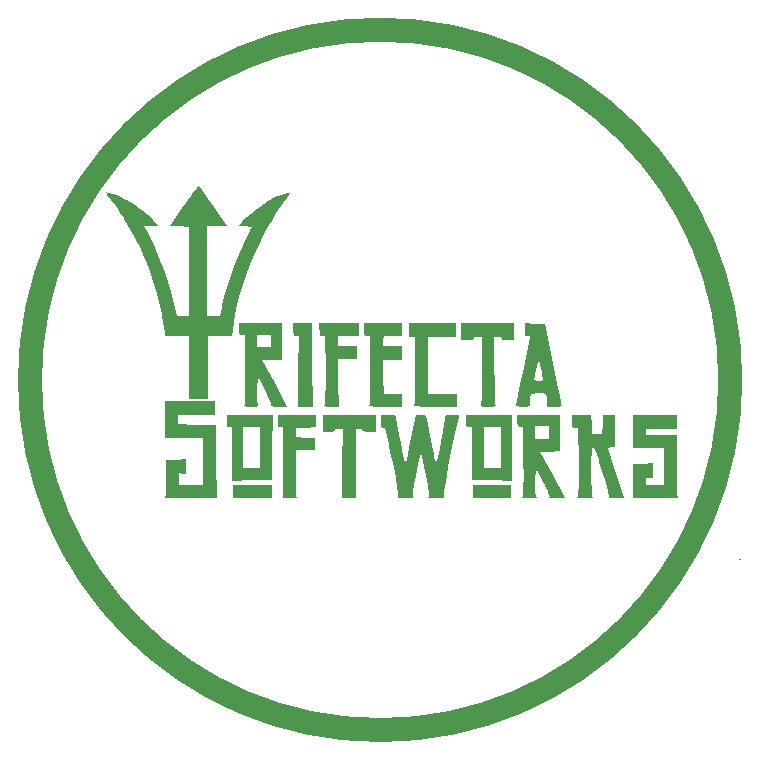
<source format=gbr>
%TF.GenerationSoftware,KiCad,Pcbnew,7.0.1*%
%TF.CreationDate,2023-03-29T12:41:57-05:00*%
%TF.ProjectId,_autosave-Circuitry-Circuit-Card,5f617574-6f73-4617-9665-2d4369726375,rev?*%
%TF.SameCoordinates,Original*%
%TF.FileFunction,Copper,L1,Top*%
%TF.FilePolarity,Positive*%
%FSLAX46Y46*%
G04 Gerber Fmt 4.6, Leading zero omitted, Abs format (unit mm)*
G04 Created by KiCad (PCBNEW 7.0.1) date 2023-03-29 12:41:57*
%MOMM*%
%LPD*%
G01*
G04 APERTURE LIST*
%TA.AperFunction,NonConductor*%
%ADD10C,0.000000*%
%TD*%
%TA.AperFunction,NonConductor*%
%ADD11C,2.000000*%
%TD*%
%TA.AperFunction,NonConductor*%
%ADD12C,0.200000*%
%TD*%
G04 APERTURE END LIST*
D10*
%TA.AperFunction,NonConductor*%
G36*
X119503174Y-79985404D02*
G01*
X119529633Y-80805618D01*
X120411575Y-80805618D01*
X120438034Y-79985404D01*
X120464493Y-79174018D01*
X121514008Y-79174018D01*
X121514008Y-81899230D01*
X121214150Y-81925681D01*
X120914284Y-81952144D01*
X121522827Y-83936519D01*
X121644283Y-84338958D01*
X121761916Y-84720209D01*
X121872728Y-85071488D01*
X121973721Y-85384010D01*
X122061898Y-85648989D01*
X122134261Y-85857640D01*
X122187814Y-86001180D01*
X122206600Y-86045788D01*
X122219559Y-86070823D01*
X122232874Y-86097314D01*
X122242572Y-86120691D01*
X122247930Y-86141149D01*
X122248223Y-86158881D01*
X122246244Y-86166785D01*
X122242728Y-86174080D01*
X122237584Y-86180791D01*
X122230722Y-86186942D01*
X122211481Y-86197658D01*
X122184282Y-86206424D01*
X122148402Y-86213433D01*
X122103116Y-86218878D01*
X122047702Y-86222954D01*
X121981437Y-86225855D01*
X121813455Y-86228904D01*
X121593384Y-86229575D01*
X121492556Y-86229257D01*
X121401509Y-86228266D01*
X121319892Y-86226552D01*
X121282511Y-86225407D01*
X121247358Y-86224062D01*
X121214387Y-86222510D01*
X121183556Y-86220746D01*
X121154822Y-86218761D01*
X121128140Y-86216551D01*
X121103466Y-86214108D01*
X121080758Y-86211426D01*
X121059972Y-86208498D01*
X121041064Y-86205319D01*
X121023991Y-86201881D01*
X121008708Y-86198178D01*
X120995173Y-86194204D01*
X120983341Y-86189953D01*
X120973170Y-86185417D01*
X120964615Y-86180591D01*
X120960930Y-86178066D01*
X120957633Y-86175467D01*
X120954718Y-86172792D01*
X120952180Y-86170040D01*
X120950014Y-86167211D01*
X120948213Y-86164303D01*
X120946773Y-86161316D01*
X120945688Y-86158249D01*
X120944953Y-86155102D01*
X120944562Y-86151873D01*
X120944510Y-86148562D01*
X120944791Y-86145167D01*
X120945399Y-86141689D01*
X120946330Y-86138125D01*
X120949138Y-86130741D01*
X120953170Y-86123009D01*
X120958382Y-86114921D01*
X120967165Y-86094340D01*
X120970354Y-86058992D01*
X120967936Y-86008786D01*
X120959898Y-85943633D01*
X120926911Y-85768123D01*
X120871289Y-85531738D01*
X120792930Y-85233753D01*
X120691730Y-84873447D01*
X120420395Y-83962978D01*
X120330192Y-83666661D01*
X120247778Y-83398637D01*
X120172677Y-83157640D01*
X120104410Y-82942403D01*
X120042500Y-82751661D01*
X119986467Y-82584147D01*
X119935835Y-82438596D01*
X119890124Y-82313741D01*
X119848858Y-82208317D01*
X119829742Y-82162496D01*
X119811558Y-82121057D01*
X119794246Y-82083843D01*
X119777746Y-82050695D01*
X119761999Y-82021455D01*
X119746945Y-81995965D01*
X119732523Y-81974067D01*
X119718675Y-81955601D01*
X119705341Y-81940411D01*
X119692460Y-81928338D01*
X119679973Y-81919223D01*
X119667821Y-81912908D01*
X119655943Y-81909235D01*
X119644280Y-81908046D01*
X119617790Y-81910292D01*
X119594414Y-81918571D01*
X119573957Y-81935195D01*
X119556226Y-81962478D01*
X119541027Y-82002732D01*
X119528167Y-82058269D01*
X119517450Y-82131402D01*
X119508685Y-82224443D01*
X119496231Y-82479501D01*
X119489255Y-82841942D01*
X119485535Y-83962978D01*
X119486827Y-84477967D01*
X119490909Y-84914512D01*
X119498092Y-85276851D01*
X119502943Y-85431516D01*
X119508686Y-85569219D01*
X119515359Y-85690489D01*
X119523001Y-85795856D01*
X119531650Y-85885848D01*
X119541346Y-85960996D01*
X119552127Y-86021830D01*
X119564032Y-86068879D01*
X119570419Y-86087400D01*
X119577100Y-86102673D01*
X119584082Y-86114764D01*
X119591370Y-86123740D01*
X119603716Y-86138009D01*
X119610766Y-86151075D01*
X119612183Y-86162980D01*
X119610674Y-86168508D01*
X119607631Y-86173761D01*
X119596774Y-86183457D01*
X119579278Y-86192106D01*
X119554804Y-86199748D01*
X119523019Y-86206421D01*
X119483585Y-86212164D01*
X119436168Y-86217016D01*
X119316037Y-86224200D01*
X119159939Y-86228283D01*
X118965187Y-86229575D01*
X118855349Y-86229351D01*
X118757034Y-86228611D01*
X118669778Y-86227250D01*
X118630152Y-86226305D01*
X118593117Y-86225166D01*
X118558613Y-86223820D01*
X118526583Y-86222254D01*
X118496970Y-86220456D01*
X118469714Y-86218413D01*
X118444757Y-86216111D01*
X118422042Y-86213538D01*
X118401511Y-86210681D01*
X118383104Y-86207526D01*
X118366765Y-86204062D01*
X118352435Y-86200274D01*
X118340055Y-86196151D01*
X118334578Y-86193959D01*
X118329568Y-86191679D01*
X118325016Y-86189308D01*
X118320915Y-86186845D01*
X118317259Y-86184288D01*
X118314039Y-86181636D01*
X118311249Y-86178887D01*
X118308881Y-86176040D01*
X118306928Y-86173092D01*
X118305383Y-86170043D01*
X118304238Y-86166891D01*
X118303487Y-86163633D01*
X118303122Y-86160269D01*
X118303135Y-86156797D01*
X118303519Y-86153214D01*
X118304268Y-86149521D01*
X118305374Y-86145714D01*
X118306829Y-86141793D01*
X118308627Y-86137755D01*
X118310759Y-86133600D01*
X118316001Y-86124929D01*
X118322495Y-86115767D01*
X118330185Y-86106101D01*
X118342898Y-86081927D01*
X118354577Y-86038801D01*
X118374834Y-85893470D01*
X118390957Y-85665664D01*
X118402947Y-85350938D01*
X118414522Y-84442950D01*
X118409561Y-83133952D01*
X118383102Y-80276450D01*
X118100876Y-80249988D01*
X117809837Y-80223537D01*
X117809837Y-79174018D01*
X119476715Y-79174018D01*
X119503174Y-79985404D01*
G37*
%TD.AperFunction*%
%TA.AperFunction,NonConductor*%
G36*
X96202198Y-80223537D02*
G01*
X95346714Y-80249988D01*
X94482407Y-80276450D01*
X94482407Y-81070201D01*
X95302616Y-81096656D01*
X96114006Y-81123115D01*
X96114006Y-82172630D01*
X94438313Y-82172630D01*
X94438313Y-84095267D01*
X94439604Y-84574188D01*
X94443686Y-84981486D01*
X94450869Y-85320777D01*
X94455720Y-85466051D01*
X94461462Y-85595679D01*
X94468135Y-85710115D01*
X94475776Y-85809809D01*
X94484425Y-85895215D01*
X94494121Y-85966785D01*
X94504902Y-86024970D01*
X94516807Y-86070223D01*
X94523193Y-86088141D01*
X94529874Y-86102996D01*
X94536856Y-86114843D01*
X94544144Y-86123740D01*
X94556607Y-86138009D01*
X94564058Y-86151075D01*
X94565823Y-86157171D01*
X94566238Y-86162980D01*
X94565270Y-86168508D01*
X94562888Y-86173761D01*
X94559058Y-86178742D01*
X94553750Y-86183457D01*
X94538566Y-86192106D01*
X94517077Y-86199748D01*
X94489025Y-86206421D01*
X94454152Y-86212164D01*
X94412199Y-86217016D01*
X94362908Y-86221015D01*
X94306020Y-86224200D01*
X94168422Y-86228283D01*
X93997337Y-86229575D01*
X93335880Y-86229575D01*
X93362339Y-83230964D01*
X93388802Y-80232352D01*
X93159493Y-80232352D01*
X93122135Y-80231933D01*
X93089247Y-80230234D01*
X93060545Y-80226597D01*
X93035745Y-80220363D01*
X93024719Y-80216066D01*
X93014562Y-80210874D01*
X93005238Y-80204702D01*
X92996712Y-80197470D01*
X92988948Y-80189094D01*
X92981911Y-80179493D01*
X92975565Y-80168583D01*
X92969875Y-80156283D01*
X92960319Y-80127183D01*
X92952959Y-80091532D01*
X92947512Y-80048673D01*
X92943692Y-79997946D01*
X92941216Y-79938693D01*
X92939799Y-79870254D01*
X92939007Y-79703185D01*
X92939007Y-79174018D01*
X96202198Y-79174018D01*
X96202198Y-80223537D01*
G37*
%TD.AperFunction*%
D11*
X131249000Y-76202000D02*
G75*
G03*
X131249000Y-76202000I-29650000J0D01*
G01*
D10*
%TA.AperFunction,NonConductor*%
G36*
X102377209Y-79174259D02*
G01*
X102464558Y-79175120D01*
X102541573Y-79176808D01*
X102608975Y-79179530D01*
X102639298Y-79181343D01*
X102667490Y-79183491D01*
X102693640Y-79186002D01*
X102717839Y-79188900D01*
X102740178Y-79192211D01*
X102760747Y-79195962D01*
X102779637Y-79200178D01*
X102796938Y-79204884D01*
X102812740Y-79210108D01*
X102827134Y-79215874D01*
X102840210Y-79222208D01*
X102852059Y-79229137D01*
X102862771Y-79236686D01*
X102872437Y-79244881D01*
X102881147Y-79253747D01*
X102888991Y-79263312D01*
X102896060Y-79273599D01*
X102902444Y-79284636D01*
X102908234Y-79296449D01*
X102913520Y-79309062D01*
X102918393Y-79322502D01*
X102922942Y-79336794D01*
X102931435Y-79368041D01*
X103060423Y-80003047D01*
X103301849Y-81246589D01*
X103435917Y-81947872D01*
X103490465Y-82231024D01*
X103537635Y-82473042D01*
X103578139Y-82676819D01*
X103596113Y-82765272D01*
X103612688Y-82845250D01*
X103627950Y-82917115D01*
X103641990Y-82981228D01*
X103654897Y-83037951D01*
X103666759Y-83087647D01*
X103677664Y-83130676D01*
X103687703Y-83167401D01*
X103696962Y-83198183D01*
X103705533Y-83223384D01*
X103709587Y-83234004D01*
X103713502Y-83243365D01*
X103717290Y-83251512D01*
X103720960Y-83258489D01*
X103724525Y-83264343D01*
X103727994Y-83269117D01*
X103731381Y-83272858D01*
X103734695Y-83275611D01*
X103737947Y-83277421D01*
X103741149Y-83278333D01*
X103744312Y-83278392D01*
X103747447Y-83277644D01*
X103750565Y-83276134D01*
X103753677Y-83273906D01*
X103756795Y-83271007D01*
X103759928Y-83267481D01*
X103766289Y-83258731D01*
X103772849Y-83248017D01*
X103786919Y-83222144D01*
X103807695Y-83156567D01*
X103842320Y-83018332D01*
X103945674Y-82557378D01*
X104082100Y-81906253D01*
X104236717Y-81131931D01*
X104615952Y-79174018D01*
X105030464Y-79174018D01*
X105076018Y-79174528D01*
X105119969Y-79176034D01*
X105162163Y-79178495D01*
X105202445Y-79181873D01*
X105240660Y-79186130D01*
X105276652Y-79191226D01*
X105310267Y-79197124D01*
X105341351Y-79203784D01*
X105369747Y-79211167D01*
X105395300Y-79219235D01*
X105406963Y-79223513D01*
X105417857Y-79227949D01*
X105427963Y-79232535D01*
X105437261Y-79237269D01*
X105445732Y-79242145D01*
X105453358Y-79247159D01*
X105460118Y-79252304D01*
X105465993Y-79257578D01*
X105470963Y-79262974D01*
X105475010Y-79268487D01*
X105478114Y-79274114D01*
X105480255Y-79279849D01*
X105529176Y-79478427D01*
X105626881Y-79935798D01*
X105912415Y-81352416D01*
X105990668Y-81748380D01*
X106065511Y-82117369D01*
X106135187Y-82451424D01*
X106197938Y-82742587D01*
X106252008Y-82982900D01*
X106295639Y-83164406D01*
X106327075Y-83279145D01*
X106337671Y-83308990D01*
X106341592Y-83316597D01*
X106344559Y-83319160D01*
X106366838Y-83275741D01*
X106402488Y-83152882D01*
X106505376Y-82713235D01*
X106636169Y-82089001D01*
X106777814Y-81368958D01*
X106913258Y-80641887D01*
X107025448Y-79996569D01*
X107097331Y-79521784D01*
X107112829Y-79376085D01*
X107111855Y-79306312D01*
X107105218Y-79285931D01*
X107102174Y-79267708D01*
X107103212Y-79251526D01*
X107105415Y-79244164D01*
X107108823Y-79237269D01*
X107113497Y-79230827D01*
X107119498Y-79224822D01*
X107135729Y-79214066D01*
X107158006Y-79204887D01*
X107186820Y-79197168D01*
X107222662Y-79190793D01*
X107266023Y-79185644D01*
X107317394Y-79181607D01*
X107377266Y-79178565D01*
X107524475Y-79175000D01*
X107711578Y-79174018D01*
X107819173Y-79174152D01*
X107914185Y-79174673D01*
X107997259Y-79175762D01*
X108069041Y-79177601D01*
X108100900Y-79178858D01*
X108130179Y-79180370D01*
X108156957Y-79182160D01*
X108181316Y-79184250D01*
X108203337Y-79186663D01*
X108223100Y-79189422D01*
X108240687Y-79192549D01*
X108256177Y-79196067D01*
X108269652Y-79199998D01*
X108281192Y-79204365D01*
X108286262Y-79206719D01*
X108290878Y-79209191D01*
X108295052Y-79211783D01*
X108298792Y-79214498D01*
X108302108Y-79217339D01*
X108305012Y-79220309D01*
X108307513Y-79223410D01*
X108309621Y-79226646D01*
X108311347Y-79230019D01*
X108312700Y-79233532D01*
X108313690Y-79237188D01*
X108314328Y-79240990D01*
X108314623Y-79244941D01*
X108314586Y-79249042D01*
X108313556Y-79257712D01*
X108311318Y-79267020D01*
X108307953Y-79276991D01*
X108303542Y-79287646D01*
X108298164Y-79299009D01*
X108291902Y-79311102D01*
X108284836Y-79323947D01*
X108252282Y-79422511D01*
X108196370Y-79642824D01*
X108026874Y-80393305D01*
X107801151Y-81464593D01*
X107544006Y-82745895D01*
X107385549Y-83548653D01*
X107253654Y-84233486D01*
X107147596Y-84804839D01*
X107066653Y-85267154D01*
X107010102Y-85624876D01*
X106990747Y-85765903D01*
X106977218Y-85882448D01*
X106969426Y-85975067D01*
X106967279Y-86044315D01*
X106970687Y-86090748D01*
X106974447Y-86105582D01*
X106979561Y-86114921D01*
X106990355Y-86130741D01*
X106996046Y-86145167D01*
X106996285Y-86158249D01*
X106994251Y-86164303D01*
X106990723Y-86170040D01*
X106979012Y-86180591D01*
X106960802Y-86189953D01*
X106935746Y-86198178D01*
X106903493Y-86205319D01*
X106863695Y-86211426D01*
X106816004Y-86216551D01*
X106760071Y-86220746D01*
X106695546Y-86224062D01*
X106539328Y-86228266D01*
X106344559Y-86229575D01*
X106237824Y-86229354D01*
X106142213Y-86228628D01*
X106057273Y-86227308D01*
X106018663Y-86226397D01*
X105982551Y-86225303D01*
X105948881Y-86224016D01*
X105917597Y-86222524D01*
X105888641Y-86220815D01*
X105861957Y-86218878D01*
X105837488Y-86216703D01*
X105815179Y-86214277D01*
X105794972Y-86211589D01*
X105776812Y-86208629D01*
X105760640Y-86205384D01*
X105746402Y-86201844D01*
X105734041Y-86197997D01*
X105728546Y-86195955D01*
X105723499Y-86193832D01*
X105718893Y-86191627D01*
X105714721Y-86189337D01*
X105710975Y-86186963D01*
X105707650Y-86184502D01*
X105704736Y-86181953D01*
X105702229Y-86179315D01*
X105700120Y-86176585D01*
X105698402Y-86173764D01*
X105697068Y-86170849D01*
X105696112Y-86167839D01*
X105695526Y-86164732D01*
X105695303Y-86161527D01*
X105695437Y-86158223D01*
X105695919Y-86154819D01*
X105696743Y-86151312D01*
X105697902Y-86147701D01*
X105699389Y-86143986D01*
X105701197Y-86140164D01*
X105705747Y-86132196D01*
X105711494Y-86123785D01*
X105718384Y-86114921D01*
X105730046Y-86092372D01*
X105738503Y-86060626D01*
X105743654Y-86018957D01*
X105745394Y-85966644D01*
X105738228Y-85827187D01*
X105716179Y-85636467D01*
X105678420Y-85388696D01*
X105624125Y-85078087D01*
X105552465Y-84698851D01*
X105462616Y-84245200D01*
X105322606Y-83563759D01*
X105202442Y-83000555D01*
X105153936Y-82781636D01*
X105115351Y-82614291D01*
X105088342Y-82505857D01*
X105079695Y-82476025D01*
X105074562Y-82463672D01*
X105064569Y-82455511D01*
X105054150Y-82455438D01*
X105042878Y-82465338D01*
X105030327Y-82487098D01*
X104999682Y-82573743D01*
X104958806Y-82730460D01*
X104904288Y-82972341D01*
X104832716Y-83314473D01*
X104624771Y-84359851D01*
X104561295Y-84687739D01*
X104503917Y-84998573D01*
X104453774Y-85285222D01*
X104412003Y-85540555D01*
X104379740Y-85757440D01*
X104358123Y-85928748D01*
X104351662Y-85995081D01*
X104348288Y-86047345D01*
X104348144Y-86084649D01*
X104351372Y-86106101D01*
X104356159Y-86123474D01*
X104357019Y-86139259D01*
X104353539Y-86153519D01*
X104345304Y-86166319D01*
X104331902Y-86177725D01*
X104312919Y-86187800D01*
X104287941Y-86196609D01*
X104256556Y-86204216D01*
X104218349Y-86210687D01*
X104172908Y-86216086D01*
X104119818Y-86220476D01*
X104058668Y-86223924D01*
X103910528Y-86228249D01*
X103725182Y-86229575D01*
X103639385Y-86229263D01*
X103560526Y-86228318D01*
X103488513Y-86226726D01*
X103423258Y-86224475D01*
X103364668Y-86221553D01*
X103312654Y-86217946D01*
X103267125Y-86213641D01*
X103246764Y-86211223D01*
X103227991Y-86208626D01*
X103210794Y-86205848D01*
X103195162Y-86202887D01*
X103181083Y-86199743D01*
X103168546Y-86196412D01*
X103157540Y-86192895D01*
X103148054Y-86189188D01*
X103140077Y-86185291D01*
X103133596Y-86181202D01*
X103128601Y-86176919D01*
X103125080Y-86172441D01*
X103123869Y-86170128D01*
X103123022Y-86167766D01*
X103122539Y-86165354D01*
X103122416Y-86162892D01*
X103123251Y-86157818D01*
X103125515Y-86152543D01*
X103129197Y-86147064D01*
X103134285Y-86141380D01*
X103144922Y-86118366D01*
X103150339Y-86075509D01*
X103145310Y-85928610D01*
X103118782Y-85697375D01*
X103070344Y-85378497D01*
X102906082Y-84464581D01*
X102649216Y-83160403D01*
X102552423Y-82680363D01*
X102466470Y-82256533D01*
X102390413Y-81885388D01*
X102323309Y-81563399D01*
X102264215Y-81287040D01*
X102237377Y-81164870D01*
X102212187Y-81052785D01*
X102188529Y-80950344D01*
X102166283Y-80857106D01*
X102145333Y-80772630D01*
X102125560Y-80696476D01*
X102106846Y-80628203D01*
X102089074Y-80567369D01*
X102072125Y-80513534D01*
X102055882Y-80466257D01*
X102040227Y-80425098D01*
X102025042Y-80389614D01*
X102017589Y-80373863D01*
X102010209Y-80359366D01*
X102002887Y-80346068D01*
X101995610Y-80333913D01*
X101988361Y-80322847D01*
X101981127Y-80312813D01*
X101973892Y-80303759D01*
X101966643Y-80295627D01*
X101959363Y-80288363D01*
X101952039Y-80281912D01*
X101944655Y-80276219D01*
X101937197Y-80271228D01*
X101929651Y-80266885D01*
X101922001Y-80263135D01*
X101914232Y-80259922D01*
X101906331Y-80257191D01*
X101890070Y-80252956D01*
X101873100Y-80249988D01*
X101840302Y-80244621D01*
X101811211Y-80238053D01*
X101785608Y-80229701D01*
X101763273Y-80218985D01*
X101753263Y-80212559D01*
X101743988Y-80205324D01*
X101735420Y-80197207D01*
X101727531Y-80188135D01*
X101720295Y-80178037D01*
X101713684Y-80166838D01*
X101702228Y-80140852D01*
X101692941Y-80109594D01*
X101685605Y-80072484D01*
X101680001Y-80028940D01*
X101675908Y-79978381D01*
X101673106Y-79920226D01*
X101671377Y-79853893D01*
X101670258Y-79694370D01*
X101670258Y-79174018D01*
X102278801Y-79174018D01*
X102377209Y-79174259D01*
G37*
%TD.AperFunction*%
%TA.AperFunction,NonConductor*%
G36*
X95867062Y-74940685D02*
G01*
X95893520Y-78468463D01*
X94658798Y-78468463D01*
X94685253Y-75469852D01*
X94711716Y-72471240D01*
X94482407Y-72471240D01*
X94445050Y-72470820D01*
X94412162Y-72469121D01*
X94383461Y-72465484D01*
X94358661Y-72459251D01*
X94347635Y-72454954D01*
X94337478Y-72449761D01*
X94328154Y-72443590D01*
X94319628Y-72436358D01*
X94311864Y-72427982D01*
X94304827Y-72418380D01*
X94298481Y-72407471D01*
X94292790Y-72395171D01*
X94283234Y-72366070D01*
X94275875Y-72330420D01*
X94270427Y-72287561D01*
X94266607Y-72236834D01*
X94264130Y-72177581D01*
X94262713Y-72109142D01*
X94261921Y-71942073D01*
X94261921Y-71412910D01*
X95849422Y-71412910D01*
X95867062Y-74940685D01*
G37*
%TD.AperFunction*%
%TA.AperFunction,NonConductor*%
G36*
X99818169Y-72471240D02*
G01*
X98054283Y-72471240D01*
X98054283Y-73353187D01*
X99641785Y-73353187D01*
X99641785Y-74411517D01*
X98045464Y-74411517D01*
X98071922Y-76439990D01*
X98098381Y-78468463D01*
X97445744Y-78468463D01*
X97349976Y-78468239D01*
X97264170Y-78467498D01*
X97187949Y-78466138D01*
X97153317Y-78465192D01*
X97120940Y-78464053D01*
X97090773Y-78462708D01*
X97062767Y-78461142D01*
X97036878Y-78459344D01*
X97013057Y-78457301D01*
X96991258Y-78454999D01*
X96971434Y-78452426D01*
X96953538Y-78449569D01*
X96937523Y-78446414D01*
X96923343Y-78442950D01*
X96910951Y-78439162D01*
X96900299Y-78435039D01*
X96895612Y-78432847D01*
X96891342Y-78430567D01*
X96887484Y-78428196D01*
X96884032Y-78425733D01*
X96880980Y-78423176D01*
X96878322Y-78420524D01*
X96876052Y-78417775D01*
X96874165Y-78414928D01*
X96872655Y-78411980D01*
X96871515Y-78408931D01*
X96870741Y-78405778D01*
X96870325Y-78402521D01*
X96870263Y-78399157D01*
X96870548Y-78395684D01*
X96871175Y-78392102D01*
X96872138Y-78388409D01*
X96873430Y-78384602D01*
X96875046Y-78380681D01*
X96879227Y-78372488D01*
X96884634Y-78363817D01*
X96891220Y-78354655D01*
X96898937Y-78344989D01*
X96911650Y-78320815D01*
X96923329Y-78277689D01*
X96943586Y-78132358D01*
X96959708Y-77904552D01*
X96971697Y-77589826D01*
X96983271Y-76681838D01*
X96978310Y-75372840D01*
X96951851Y-72515338D01*
X96713726Y-72488876D01*
X96671712Y-72483896D01*
X96634748Y-72478387D01*
X96602513Y-72471612D01*
X96574684Y-72462834D01*
X96562320Y-72457464D01*
X96550936Y-72451317D01*
X96540493Y-72444301D01*
X96530948Y-72436324D01*
X96522263Y-72427294D01*
X96514397Y-72417120D01*
X96507309Y-72405708D01*
X96500958Y-72392967D01*
X96495306Y-72378806D01*
X96490311Y-72363131D01*
X96482131Y-72326873D01*
X96476095Y-72283459D01*
X96471881Y-72232151D01*
X96469166Y-72172213D01*
X96467626Y-72102909D01*
X96466782Y-71933257D01*
X96466782Y-71412910D01*
X99818169Y-71412910D01*
X99818169Y-72471240D01*
G37*
%TD.AperFunction*%
%TA.AperFunction,NonConductor*%
G36*
X101229286Y-80585132D02*
G01*
X100656021Y-80585132D01*
X100575460Y-80584809D01*
X100502249Y-80583788D01*
X100436093Y-80581992D01*
X100405567Y-80580779D01*
X100376693Y-80579343D01*
X100349434Y-80577675D01*
X100323752Y-80575765D01*
X100299612Y-80573602D01*
X100276974Y-80571178D01*
X100255803Y-80568483D01*
X100236062Y-80565506D01*
X100217712Y-80562239D01*
X100200717Y-80558672D01*
X100185040Y-80554794D01*
X100170643Y-80550597D01*
X100157490Y-80546070D01*
X100145544Y-80541205D01*
X100134766Y-80535990D01*
X100125120Y-80530417D01*
X100116570Y-80524476D01*
X100109077Y-80518157D01*
X100102605Y-80511450D01*
X100097116Y-80504346D01*
X100092573Y-80496835D01*
X100088940Y-80488908D01*
X100086179Y-80480554D01*
X100084253Y-80471764D01*
X100083124Y-80462529D01*
X100082756Y-80452838D01*
X100082498Y-80444699D01*
X100081723Y-80436818D01*
X100080431Y-80429196D01*
X100078622Y-80421832D01*
X100076296Y-80414726D01*
X100073454Y-80407879D01*
X100070095Y-80401291D01*
X100066219Y-80394960D01*
X100061827Y-80388888D01*
X100056917Y-80383075D01*
X100051491Y-80377520D01*
X100045548Y-80372223D01*
X100032112Y-80362405D01*
X100016609Y-80353620D01*
X99999039Y-80345869D01*
X99979402Y-80339151D01*
X99957697Y-80333467D01*
X99933926Y-80328816D01*
X99908087Y-80325199D01*
X99880181Y-80322615D01*
X99850209Y-80321065D01*
X99818169Y-80320548D01*
X99544769Y-80320548D01*
X99571228Y-83275062D01*
X99597687Y-86229575D01*
X98362961Y-86229575D01*
X98389420Y-83275062D01*
X98415886Y-80320548D01*
X98098381Y-80320548D01*
X98078873Y-80320677D01*
X98060033Y-80321065D01*
X98041858Y-80321711D01*
X98024346Y-80322615D01*
X98007493Y-80323778D01*
X97991295Y-80325199D01*
X97975749Y-80326878D01*
X97960853Y-80328816D01*
X97946603Y-80331012D01*
X97932995Y-80333467D01*
X97920027Y-80336180D01*
X97907695Y-80339151D01*
X97895996Y-80342380D01*
X97884927Y-80345869D01*
X97874485Y-80349615D01*
X97864666Y-80353620D01*
X97855467Y-80357883D01*
X97846884Y-80362405D01*
X97838916Y-80367185D01*
X97831558Y-80372223D01*
X97824807Y-80377520D01*
X97818660Y-80383075D01*
X97813114Y-80388888D01*
X97808166Y-80394960D01*
X97803811Y-80401291D01*
X97800048Y-80407879D01*
X97796872Y-80414726D01*
X97794282Y-80421832D01*
X97792272Y-80429196D01*
X97790841Y-80436818D01*
X97789984Y-80444699D01*
X97789700Y-80452838D01*
X97788311Y-80471764D01*
X97783964Y-80488908D01*
X97776387Y-80504346D01*
X97765309Y-80518157D01*
X97750458Y-80530417D01*
X97731564Y-80541205D01*
X97708355Y-80550597D01*
X97680560Y-80558672D01*
X97647907Y-80565506D01*
X97610125Y-80571178D01*
X97566943Y-80575765D01*
X97518089Y-80579343D01*
X97463292Y-80581992D01*
X97402282Y-80583788D01*
X97260532Y-80585132D01*
X96731365Y-80585132D01*
X96731365Y-79174018D01*
X101229286Y-79174018D01*
X101229286Y-80585132D01*
G37*
%TD.AperFunction*%
%TA.AperFunction,NonConductor*%
G36*
X87647339Y-79174018D02*
G01*
X84472340Y-79174018D01*
X84472340Y-79967769D01*
X86086296Y-79985404D01*
X87691437Y-80011867D01*
X87735535Y-83125129D01*
X87779629Y-86229575D01*
X85548313Y-86229575D01*
X84827547Y-86229248D01*
X84534866Y-86228471D01*
X84283410Y-86226957D01*
X84172225Y-86225847D01*
X84070247Y-86224461D01*
X83977108Y-86222769D01*
X83892443Y-86220739D01*
X83815884Y-86218340D01*
X83747066Y-86215543D01*
X83685621Y-86212316D01*
X83631184Y-86208629D01*
X83583386Y-86204451D01*
X83541863Y-86199751D01*
X83523339Y-86197196D01*
X83506247Y-86194499D01*
X83490539Y-86191656D01*
X83476171Y-86188664D01*
X83463097Y-86185519D01*
X83451270Y-86182216D01*
X83440645Y-86178752D01*
X83431176Y-86175123D01*
X83422818Y-86171325D01*
X83415523Y-86167355D01*
X83409248Y-86163208D01*
X83403945Y-86158881D01*
X83399569Y-86154370D01*
X83396074Y-86149671D01*
X83393415Y-86144780D01*
X83391545Y-86139694D01*
X83390419Y-86134408D01*
X83389990Y-86128919D01*
X83390214Y-86123222D01*
X83391043Y-86117315D01*
X83392433Y-86111193D01*
X83394338Y-86104853D01*
X83399508Y-86091500D01*
X83406186Y-86077227D01*
X83414005Y-86062003D01*
X83423717Y-86036897D01*
X83432989Y-85998406D01*
X83450112Y-85883960D01*
X83465167Y-85724038D01*
X83477949Y-85524016D01*
X83488249Y-85289267D01*
X83495863Y-85025166D01*
X83500582Y-84737087D01*
X83502201Y-84430404D01*
X83502201Y-82975196D01*
X84340046Y-82948741D01*
X85177895Y-82922282D01*
X85177895Y-84165824D01*
X84869213Y-84130542D01*
X84560532Y-84095267D01*
X84560532Y-85083045D01*
X86589005Y-85083045D01*
X86589005Y-81114295D01*
X83414005Y-81114295D01*
X83414005Y-78027492D01*
X87647339Y-78027492D01*
X87647339Y-79174018D01*
G37*
%TD.AperFunction*%
%TA.AperFunction,NonConductor*%
G36*
X86281773Y-59792517D02*
G01*
X86289146Y-59797698D01*
X86414822Y-59970229D01*
X86686019Y-60357733D01*
X87063051Y-60903988D01*
X87506229Y-61552772D01*
X88626301Y-63210826D01*
X86941784Y-63210826D01*
X86941784Y-70795547D01*
X88061852Y-70795547D01*
X88123592Y-70416312D01*
X88170116Y-70150628D01*
X88232852Y-69855191D01*
X88402367Y-69188340D01*
X88622939Y-68442321D01*
X88885370Y-67643697D01*
X89180460Y-66819027D01*
X89499011Y-65994874D01*
X89831826Y-65197799D01*
X90169704Y-64454364D01*
X90567678Y-63612108D01*
X90689357Y-63350556D01*
X90722550Y-63276314D01*
X90731195Y-63255407D01*
X90734142Y-63246101D01*
X90731193Y-63242798D01*
X90722533Y-63239522D01*
X90689219Y-63233149D01*
X90636475Y-63227190D01*
X90566575Y-63221850D01*
X90481791Y-63217337D01*
X90384399Y-63213858D01*
X90276671Y-63211618D01*
X90160881Y-63210826D01*
X90067258Y-63210690D01*
X89984475Y-63210154D01*
X89912001Y-63209024D01*
X89849306Y-63207105D01*
X89821461Y-63205789D01*
X89795862Y-63204204D01*
X89772443Y-63202325D01*
X89751138Y-63200128D01*
X89731881Y-63197588D01*
X89714605Y-63194682D01*
X89699244Y-63191385D01*
X89685733Y-63187673D01*
X89674004Y-63183522D01*
X89663992Y-63178907D01*
X89655631Y-63173805D01*
X89652048Y-63171063D01*
X89648853Y-63168191D01*
X89646038Y-63165184D01*
X89643594Y-63162040D01*
X89641513Y-63158756D01*
X89639786Y-63155330D01*
X89638406Y-63151756D01*
X89637364Y-63148034D01*
X89636652Y-63144160D01*
X89636261Y-63140130D01*
X89636412Y-63131593D01*
X89637749Y-63122398D01*
X89640208Y-63112523D01*
X89643720Y-63101941D01*
X89648221Y-63090630D01*
X89653644Y-63078564D01*
X89659923Y-63065720D01*
X89666992Y-63052074D01*
X89710700Y-62988320D01*
X89783489Y-62904606D01*
X89882193Y-62803503D01*
X90003648Y-62687582D01*
X90302149Y-62421569D01*
X90653669Y-62127134D01*
X91032888Y-61824844D01*
X91414484Y-61535267D01*
X91773134Y-61278969D01*
X91935943Y-61169727D01*
X92083519Y-61076518D01*
X92238169Y-60986791D01*
X92401294Y-60897787D01*
X92568141Y-60811883D01*
X92733954Y-60731457D01*
X92893979Y-60658886D01*
X93043461Y-60596547D01*
X93112764Y-60569957D01*
X93177647Y-60546817D01*
X93237518Y-60527423D01*
X93291782Y-60512073D01*
X93492976Y-60453370D01*
X93684248Y-60399626D01*
X93842448Y-60355805D01*
X93944424Y-60326865D01*
X93963227Y-60323146D01*
X93970601Y-60323461D01*
X93976618Y-60325228D01*
X93981271Y-60328448D01*
X93984556Y-60333123D01*
X93986469Y-60339255D01*
X93987004Y-60346845D01*
X93983923Y-60366406D01*
X93975274Y-60391820D01*
X93961017Y-60423100D01*
X93941115Y-60460257D01*
X93915529Y-60503306D01*
X93884220Y-60552259D01*
X93847148Y-60607129D01*
X93804276Y-60667928D01*
X93700975Y-60807369D01*
X93574005Y-60970683D01*
X93176620Y-61513547D01*
X92786095Y-62097247D01*
X92404329Y-62717147D01*
X92033222Y-63368608D01*
X91674671Y-64046993D01*
X91330578Y-64747662D01*
X91002839Y-65465980D01*
X90693356Y-66197307D01*
X90404026Y-66937005D01*
X90136749Y-67680437D01*
X89893424Y-68422965D01*
X89675950Y-69159950D01*
X89486226Y-69886755D01*
X89326151Y-70598742D01*
X89197625Y-71291272D01*
X89102547Y-71959708D01*
X89040810Y-72462424D01*
X88008938Y-72488876D01*
X86985882Y-72515338D01*
X87012337Y-75178806D01*
X87038799Y-77851104D01*
X85442478Y-77851104D01*
X85442478Y-72471240D01*
X83422829Y-72471240D01*
X83378731Y-72180194D01*
X83251055Y-71395799D01*
X83111390Y-70650988D01*
X82957670Y-69937389D01*
X82787826Y-69246631D01*
X82599793Y-68570342D01*
X82391502Y-67900151D01*
X82160889Y-67227685D01*
X81905884Y-66544574D01*
X81751363Y-66160670D01*
X81586248Y-65771081D01*
X81228991Y-64983532D01*
X80843622Y-64199291D01*
X80439650Y-63435720D01*
X80026582Y-62710183D01*
X79819609Y-62367104D01*
X79613928Y-62040044D01*
X79410727Y-61731174D01*
X79211195Y-61442664D01*
X79016521Y-61176686D01*
X78827892Y-60935409D01*
X78738080Y-60821738D01*
X78655088Y-60713957D01*
X78580778Y-60614652D01*
X78517009Y-60526406D01*
X78489659Y-60487237D01*
X78465642Y-60451801D01*
X78445191Y-60420423D01*
X78428538Y-60393423D01*
X78415916Y-60371127D01*
X78407557Y-60353855D01*
X78405049Y-60347205D01*
X78403695Y-60341933D01*
X78403522Y-60338078D01*
X78404560Y-60335681D01*
X78410202Y-60333088D01*
X78420339Y-60331877D01*
X78434713Y-60331983D01*
X78453067Y-60333342D01*
X78500678Y-60339561D01*
X78561105Y-60350017D01*
X78632281Y-60364193D01*
X78712138Y-60381573D01*
X78798610Y-60401640D01*
X78889629Y-60423877D01*
X79081743Y-60481197D01*
X79283456Y-60553361D01*
X79493411Y-60639504D01*
X79710252Y-60738759D01*
X79932622Y-60850262D01*
X80159165Y-60973147D01*
X80388525Y-61106548D01*
X80619344Y-61249599D01*
X80850267Y-61401436D01*
X81079937Y-61561191D01*
X81306996Y-61728001D01*
X81530090Y-61900999D01*
X81747861Y-62079319D01*
X81958952Y-62262097D01*
X82162008Y-62448466D01*
X82355671Y-62637561D01*
X82920116Y-63210826D01*
X81641300Y-63210826D01*
X81861786Y-63581241D01*
X82138512Y-64107462D01*
X82438493Y-64753262D01*
X82750257Y-65488565D01*
X83062331Y-66283297D01*
X83363244Y-67107381D01*
X83641522Y-67930741D01*
X83885693Y-68723303D01*
X84084286Y-69454990D01*
X84419422Y-70795547D01*
X85442478Y-70795547D01*
X85442478Y-63219642D01*
X84648727Y-63193183D01*
X83846161Y-63166728D01*
X85019146Y-61429294D01*
X85176520Y-61197999D01*
X85321505Y-60986600D01*
X85454527Y-60794528D01*
X85576011Y-60621214D01*
X85686386Y-60466090D01*
X85786076Y-60328588D01*
X85875508Y-60208139D01*
X85955109Y-60104175D01*
X86025304Y-60016127D01*
X86086521Y-59943427D01*
X86113896Y-59912655D01*
X86139186Y-59885507D01*
X86162444Y-59861911D01*
X86183725Y-59841797D01*
X86203080Y-59825093D01*
X86220564Y-59811730D01*
X86236229Y-59801634D01*
X86250129Y-59794736D01*
X86262318Y-59790965D01*
X86272848Y-59790249D01*
X86281773Y-59792517D01*
G37*
%TD.AperFunction*%
%TA.AperFunction,NonConductor*%
G36*
X93291782Y-74490897D02*
G01*
X92453938Y-74517348D01*
X91624912Y-74543811D01*
X92665604Y-76501723D01*
X93715115Y-78468463D01*
X93009560Y-78468463D01*
X92910285Y-78468144D01*
X92820597Y-78467154D01*
X92740159Y-78465440D01*
X92703303Y-78464295D01*
X92668634Y-78462950D01*
X92636110Y-78461399D01*
X92605688Y-78459634D01*
X92577327Y-78457650D01*
X92550985Y-78455439D01*
X92526619Y-78452996D01*
X92504187Y-78450314D01*
X92483649Y-78447387D01*
X92464961Y-78444207D01*
X92448081Y-78440770D01*
X92432969Y-78437067D01*
X92419581Y-78433093D01*
X92407875Y-78428841D01*
X92397811Y-78424305D01*
X92389345Y-78419479D01*
X92385698Y-78416954D01*
X92382436Y-78414355D01*
X92379552Y-78411680D01*
X92377042Y-78408928D01*
X92374899Y-78406098D01*
X92373120Y-78403190D01*
X92371699Y-78400203D01*
X92370629Y-78397136D01*
X92369908Y-78393989D01*
X92369528Y-78390760D01*
X92369484Y-78387448D01*
X92369773Y-78384053D01*
X92370387Y-78380575D01*
X92371322Y-78377011D01*
X92374135Y-78369627D01*
X92378169Y-78361893D01*
X92383381Y-78353805D01*
X92392358Y-78336828D01*
X92396076Y-78312242D01*
X92394447Y-78279878D01*
X92387378Y-78239569D01*
X92374780Y-78191146D01*
X92356562Y-78134443D01*
X92302905Y-77995519D01*
X92225684Y-77821456D01*
X92124174Y-77610909D01*
X91997654Y-77362534D01*
X91845398Y-77074989D01*
X91219212Y-75902007D01*
X91192757Y-77066169D01*
X91188209Y-77340693D01*
X91187485Y-77465584D01*
X91187795Y-77582246D01*
X91189139Y-77690691D01*
X91191515Y-77790933D01*
X91194926Y-77882983D01*
X91199370Y-77966856D01*
X91204848Y-78042564D01*
X91211359Y-78110120D01*
X91218904Y-78169537D01*
X91227482Y-78220828D01*
X91237094Y-78264005D01*
X91247740Y-78299083D01*
X91253451Y-78313588D01*
X91259420Y-78326073D01*
X91265647Y-78336540D01*
X91272133Y-78344989D01*
X91286428Y-78363817D01*
X91295956Y-78380681D01*
X91300290Y-78395684D01*
X91300377Y-78402521D01*
X91299005Y-78408931D01*
X91296121Y-78414928D01*
X91291673Y-78420524D01*
X91277868Y-78430567D01*
X91257165Y-78439162D01*
X91229137Y-78446414D01*
X91193357Y-78452426D01*
X91149400Y-78457301D01*
X91096838Y-78461142D01*
X91035246Y-78464053D01*
X90883266Y-78467498D01*
X90690048Y-78468463D01*
X90589525Y-78468239D01*
X90499363Y-78467498D01*
X90419174Y-78466138D01*
X90382699Y-78465192D01*
X90348572Y-78464053D01*
X90316744Y-78462708D01*
X90287167Y-78461142D01*
X90259793Y-78459344D01*
X90234574Y-78457301D01*
X90211460Y-78454999D01*
X90190403Y-78452426D01*
X90171356Y-78449569D01*
X90154269Y-78446414D01*
X90139094Y-78442950D01*
X90125782Y-78439162D01*
X90114286Y-78435039D01*
X90109203Y-78432847D01*
X90104556Y-78430567D01*
X90100339Y-78428196D01*
X90096545Y-78425733D01*
X90093168Y-78423176D01*
X90090203Y-78420524D01*
X90087643Y-78417775D01*
X90085483Y-78414928D01*
X90083715Y-78411980D01*
X90082335Y-78408931D01*
X90081336Y-78405778D01*
X90080712Y-78402521D01*
X90080457Y-78399157D01*
X90080565Y-78395684D01*
X90081030Y-78392102D01*
X90081846Y-78388409D01*
X90083007Y-78384602D01*
X90084506Y-78380681D01*
X90088496Y-78372488D01*
X90093769Y-78363817D01*
X90100276Y-78354655D01*
X90107967Y-78344989D01*
X90120679Y-78320707D01*
X90132358Y-78277241D01*
X90152614Y-78130428D01*
X90168737Y-77899900D01*
X90180725Y-77581005D01*
X90192299Y-76659512D01*
X90187336Y-75328742D01*
X90160881Y-72427142D01*
X89922752Y-72400680D01*
X89880739Y-72395615D01*
X89843776Y-72389916D01*
X89811990Y-72383048D01*
X91175118Y-72383048D01*
X91175118Y-73441379D01*
X92321644Y-73441379D01*
X92321644Y-72383048D01*
X91175118Y-72383048D01*
X89811990Y-72383048D01*
X89811542Y-72382951D01*
X89783712Y-72374087D01*
X89771349Y-72368745D01*
X89759965Y-72362691D01*
X89749522Y-72355845D01*
X89739978Y-72348129D01*
X89731292Y-72339464D01*
X89723426Y-72329769D01*
X89716338Y-72318967D01*
X89709988Y-72306978D01*
X89704336Y-72293723D01*
X89699341Y-72279122D01*
X89691161Y-72245569D01*
X89685125Y-72205686D01*
X89680911Y-72158839D01*
X89678196Y-72104397D01*
X89676656Y-72041724D01*
X89675812Y-71889159D01*
X89675812Y-71412910D01*
X93291782Y-71412910D01*
X93291782Y-74490897D01*
G37*
%TD.AperFunction*%
%TA.AperFunction,NonConductor*%
G36*
X112959145Y-72824020D02*
G01*
X112429977Y-72824020D01*
X112355725Y-72823697D01*
X112288229Y-72822676D01*
X112227219Y-72820880D01*
X112199061Y-72819667D01*
X112172423Y-72818231D01*
X112147270Y-72816563D01*
X112123569Y-72814652D01*
X112101286Y-72812490D01*
X112080387Y-72810066D01*
X112060838Y-72807370D01*
X112042605Y-72804394D01*
X112025654Y-72801127D01*
X112009952Y-72797559D01*
X111995464Y-72793682D01*
X111982156Y-72789485D01*
X111969995Y-72784958D01*
X111958947Y-72780092D01*
X111948977Y-72774878D01*
X111940052Y-72769305D01*
X111932139Y-72763363D01*
X111925202Y-72757044D01*
X111919208Y-72750338D01*
X111914124Y-72743234D01*
X111909914Y-72735723D01*
X111906546Y-72727796D01*
X111903986Y-72719442D01*
X111902199Y-72710652D01*
X111901152Y-72701417D01*
X111900810Y-72691726D01*
X111899669Y-72675707D01*
X111898238Y-72668085D01*
X111896229Y-72660721D01*
X111893638Y-72653615D01*
X111890463Y-72646769D01*
X111886700Y-72640180D01*
X111882345Y-72633850D01*
X111877397Y-72627778D01*
X111871851Y-72621964D01*
X111858954Y-72611112D01*
X111843628Y-72601294D01*
X111825848Y-72592509D01*
X111805587Y-72584758D01*
X111782819Y-72578040D01*
X111757519Y-72572355D01*
X111729662Y-72567704D01*
X111699220Y-72564087D01*
X111666169Y-72561503D01*
X111630481Y-72559953D01*
X111592133Y-72559436D01*
X111283447Y-72559436D01*
X111283447Y-75408115D01*
X111284739Y-76134461D01*
X111288822Y-76744122D01*
X111296005Y-77244436D01*
X111306599Y-77642741D01*
X111313272Y-77805934D01*
X111320913Y-77946375D01*
X111329563Y-78064984D01*
X111339259Y-78162676D01*
X111350040Y-78240369D01*
X111361945Y-78298981D01*
X111375013Y-78339428D01*
X111381995Y-78353127D01*
X111389282Y-78362628D01*
X111401530Y-78376897D01*
X111408299Y-78389964D01*
X111409533Y-78396060D01*
X111409281Y-78401869D01*
X111407505Y-78407398D01*
X111404165Y-78412650D01*
X111392642Y-78422346D01*
X111374400Y-78430995D01*
X111349130Y-78438637D01*
X111316522Y-78445310D01*
X111276266Y-78451053D01*
X111228051Y-78455905D01*
X111106508Y-78463088D01*
X110949411Y-78467171D01*
X110754280Y-78468463D01*
X110651807Y-78468147D01*
X110559152Y-78467171D01*
X110476005Y-78465498D01*
X110402057Y-78463088D01*
X110368435Y-78461595D01*
X110336997Y-78459903D01*
X110307703Y-78458008D01*
X110280515Y-78455905D01*
X110255394Y-78453588D01*
X110232301Y-78451053D01*
X110211198Y-78448296D01*
X110192045Y-78445310D01*
X110174805Y-78442093D01*
X110159438Y-78438637D01*
X110145905Y-78434940D01*
X110134168Y-78430995D01*
X110124188Y-78426799D01*
X110115926Y-78422346D01*
X110112427Y-78420022D01*
X110109344Y-78417631D01*
X110106670Y-78415174D01*
X110104402Y-78412650D01*
X110102535Y-78410058D01*
X110101063Y-78407398D01*
X110099982Y-78404668D01*
X110099286Y-78401869D01*
X110098972Y-78399000D01*
X110099035Y-78396060D01*
X110099468Y-78393048D01*
X110100268Y-78389964D01*
X110101430Y-78386808D01*
X110102949Y-78383578D01*
X110107038Y-78376897D01*
X110112497Y-78369915D01*
X110119286Y-78362628D01*
X110133555Y-78339428D01*
X110146623Y-78298981D01*
X110169308Y-78162676D01*
X110187652Y-77946375D01*
X110201965Y-77642741D01*
X110219740Y-76744122D01*
X110225113Y-75408115D01*
X110225113Y-72559436D01*
X109872337Y-72559436D01*
X109826228Y-72559856D01*
X109783748Y-72561141D01*
X109763841Y-72562121D01*
X109744808Y-72563331D01*
X109726637Y-72564777D01*
X109709317Y-72566464D01*
X109692837Y-72568396D01*
X109677186Y-72570579D01*
X109662351Y-72573016D01*
X109648322Y-72575714D01*
X109635088Y-72578677D01*
X109622637Y-72581909D01*
X109610958Y-72585416D01*
X109600040Y-72589202D01*
X109589870Y-72593272D01*
X109580439Y-72597631D01*
X109571735Y-72602285D01*
X109563745Y-72607237D01*
X109556460Y-72612492D01*
X109549868Y-72618056D01*
X109543957Y-72623933D01*
X109538717Y-72630129D01*
X109534135Y-72636647D01*
X109530201Y-72643493D01*
X109526903Y-72650672D01*
X109524230Y-72658189D01*
X109522171Y-72666047D01*
X109520714Y-72674253D01*
X109519848Y-72682811D01*
X109519562Y-72691726D01*
X109518173Y-72710652D01*
X109513826Y-72727796D01*
X109506249Y-72743234D01*
X109495170Y-72757044D01*
X109480320Y-72769305D01*
X109461425Y-72780092D01*
X109438216Y-72789485D01*
X109410420Y-72797559D01*
X109377767Y-72804394D01*
X109339985Y-72810066D01*
X109296803Y-72814652D01*
X109247950Y-72818231D01*
X109193153Y-72820880D01*
X109132143Y-72822676D01*
X108990395Y-72824020D01*
X108461227Y-72824020D01*
X108461227Y-71412910D01*
X112959145Y-71412910D01*
X112959145Y-72824020D01*
G37*
%TD.AperFunction*%
%TA.AperFunction,NonConductor*%
G36*
X92409840Y-86229575D02*
G01*
X89146645Y-86229575D01*
X89146645Y-85083045D01*
X92409840Y-85083045D01*
X92409840Y-86229575D01*
G37*
%TD.AperFunction*%
%TA.AperFunction,NonConductor*%
G36*
X108020256Y-72559436D02*
G01*
X105639008Y-72559436D01*
X105656647Y-74958320D01*
X105683106Y-77366035D01*
X106900185Y-77392490D01*
X108108452Y-77418948D01*
X108108452Y-78468463D01*
X106238724Y-78468463D01*
X105741872Y-78467171D01*
X105528768Y-78465498D01*
X105338039Y-78463088D01*
X105168807Y-78459903D01*
X105020194Y-78455905D01*
X104891322Y-78451053D01*
X104781312Y-78445310D01*
X104689285Y-78438637D01*
X104614363Y-78430995D01*
X104583042Y-78426799D01*
X104555668Y-78422346D01*
X104532130Y-78417631D01*
X104512320Y-78412650D01*
X104496127Y-78407398D01*
X104483442Y-78401869D01*
X104474154Y-78396060D01*
X104468154Y-78389964D01*
X104465333Y-78383578D01*
X104465579Y-78376897D01*
X104468784Y-78369915D01*
X104474838Y-78362628D01*
X104489108Y-78339428D01*
X104502176Y-78298981D01*
X104524862Y-78162676D01*
X104543207Y-77946375D01*
X104557522Y-77642741D01*
X104575299Y-76744122D01*
X104580673Y-75408115D01*
X104580673Y-72559436D01*
X104051506Y-72559436D01*
X104051506Y-71412910D01*
X108020256Y-71412910D01*
X108020256Y-72559436D01*
G37*
%TD.AperFunction*%
%TA.AperFunction,NonConductor*%
G36*
X112694557Y-86229575D02*
G01*
X109431366Y-86229575D01*
X109431366Y-85083045D01*
X112694557Y-85083045D01*
X112694557Y-86229575D01*
G37*
%TD.AperFunction*%
%TA.AperFunction,NonConductor*%
G36*
X103434143Y-72462424D02*
G01*
X102666855Y-72488876D01*
X101890739Y-72515338D01*
X101864281Y-72938670D01*
X101837830Y-73362003D01*
X102631577Y-73335544D01*
X103434143Y-73309089D01*
X103434143Y-74499713D01*
X101846642Y-74499713D01*
X101864281Y-75928458D01*
X101890739Y-77366035D01*
X102658035Y-77392490D01*
X103416504Y-77418948D01*
X103451782Y-77939296D01*
X103478241Y-78468463D01*
X102031853Y-78468463D01*
X101816714Y-78468239D01*
X101623731Y-78467498D01*
X101451909Y-78466138D01*
X101300254Y-78464053D01*
X101167771Y-78461142D01*
X101053465Y-78457301D01*
X101002818Y-78454999D01*
X100956341Y-78452426D01*
X100913912Y-78449569D01*
X100875405Y-78446414D01*
X100840697Y-78442950D01*
X100809662Y-78439162D01*
X100782177Y-78435039D01*
X100758117Y-78430567D01*
X100737358Y-78425733D01*
X100719775Y-78420524D01*
X100705245Y-78414928D01*
X100693642Y-78408931D01*
X100688900Y-78405778D01*
X100684843Y-78402521D01*
X100681455Y-78399157D01*
X100678722Y-78395684D01*
X100676628Y-78392102D01*
X100675157Y-78388409D01*
X100674293Y-78384602D01*
X100674022Y-78380681D01*
X100674327Y-78376643D01*
X100675193Y-78372488D01*
X100676605Y-78368213D01*
X100678546Y-78363817D01*
X100683956Y-78354655D01*
X100691299Y-78344989D01*
X100704012Y-78320815D01*
X100715691Y-78277689D01*
X100735947Y-78132358D01*
X100752069Y-77904552D01*
X100764057Y-77589826D01*
X100775630Y-76681838D01*
X100770668Y-75372840D01*
X100744217Y-72515338D01*
X100506088Y-72488876D01*
X100464074Y-72483896D01*
X100427111Y-72478387D01*
X100394876Y-72471612D01*
X100367047Y-72462834D01*
X100354683Y-72457464D01*
X100343299Y-72451317D01*
X100332856Y-72444301D01*
X100323312Y-72436324D01*
X100314627Y-72427294D01*
X100306760Y-72417120D01*
X100299673Y-72405708D01*
X100293323Y-72392967D01*
X100287670Y-72378806D01*
X100282675Y-72363131D01*
X100274495Y-72326873D01*
X100268460Y-72283459D01*
X100264246Y-72232151D01*
X100261531Y-72172213D01*
X100259992Y-72102909D01*
X100259148Y-71933257D01*
X100259148Y-71412910D01*
X103434143Y-71412910D01*
X103434143Y-72462424D01*
G37*
%TD.AperFunction*%
%TA.AperFunction,NonConductor*%
G36*
X113551245Y-76228324D02*
G01*
X114634842Y-76228324D01*
X114635380Y-76229977D01*
X114636976Y-76231627D01*
X114643231Y-76234904D01*
X114653388Y-76238130D01*
X114667226Y-76241278D01*
X114705071Y-76247238D01*
X114755008Y-76252578D01*
X114815280Y-76257091D01*
X114884130Y-76260571D01*
X114959800Y-76262810D01*
X115040535Y-76263602D01*
X115100210Y-76263273D01*
X115153723Y-76262207D01*
X115201319Y-76260288D01*
X115222975Y-76258973D01*
X115243243Y-76257401D01*
X115262155Y-76255557D01*
X115279742Y-76253428D01*
X115296033Y-76250998D01*
X115311060Y-76248253D01*
X115324853Y-76245179D01*
X115337442Y-76241761D01*
X115348860Y-76237984D01*
X115359136Y-76233834D01*
X115368300Y-76229297D01*
X115376385Y-76224358D01*
X115383419Y-76219002D01*
X115389435Y-76213215D01*
X115394463Y-76206982D01*
X115398532Y-76200288D01*
X115401675Y-76193121D01*
X115403922Y-76185463D01*
X115405303Y-76177302D01*
X115405849Y-76168623D01*
X115405591Y-76159410D01*
X115404559Y-76149651D01*
X115402784Y-76139329D01*
X115400298Y-76128430D01*
X115397130Y-76116941D01*
X115393311Y-76104846D01*
X115323859Y-75780735D01*
X115268048Y-75509537D01*
X115208099Y-75205268D01*
X115160645Y-74982009D01*
X115117841Y-74790066D01*
X115098344Y-74706580D01*
X115080204Y-74631815D01*
X115063485Y-74566068D01*
X115048251Y-74509635D01*
X115034568Y-74462813D01*
X115022499Y-74425901D01*
X115012110Y-74399195D01*
X115007566Y-74389761D01*
X115003465Y-74382991D01*
X114999817Y-74378921D01*
X114996629Y-74377588D01*
X114995210Y-74377960D01*
X114993909Y-74379030D01*
X114991666Y-74383283D01*
X114989907Y-74390384D01*
X114988640Y-74400372D01*
X114987618Y-74429153D01*
X114973699Y-74516522D01*
X114935802Y-74717992D01*
X114879715Y-75002144D01*
X114811226Y-75337562D01*
X114742741Y-75671461D01*
X114686656Y-75951616D01*
X114648760Y-76147435D01*
X114638442Y-76204158D01*
X114634842Y-76228324D01*
X113551245Y-76228324D01*
X113703285Y-75494104D01*
X114102226Y-73511108D01*
X114282059Y-72541797D01*
X114281777Y-72538491D01*
X114280939Y-72535191D01*
X114279559Y-72531905D01*
X114277649Y-72528638D01*
X114272292Y-72522187D01*
X114264972Y-72515891D01*
X114255791Y-72509802D01*
X114244854Y-72503971D01*
X114232262Y-72498450D01*
X114218121Y-72493291D01*
X114202532Y-72488545D01*
X114185600Y-72484264D01*
X114167427Y-72480500D01*
X114148118Y-72477304D01*
X114127775Y-72474729D01*
X114106501Y-72472825D01*
X114084401Y-72471645D01*
X114061577Y-72471240D01*
X114024220Y-72470820D01*
X113991332Y-72469121D01*
X113962631Y-72465484D01*
X113937830Y-72459251D01*
X113926804Y-72454954D01*
X113916647Y-72449761D01*
X113907323Y-72443590D01*
X113898797Y-72436358D01*
X113891033Y-72427982D01*
X113883996Y-72418380D01*
X113877649Y-72407471D01*
X113871959Y-72395171D01*
X113862402Y-72366070D01*
X113855042Y-72330420D01*
X113849594Y-72287561D01*
X113845774Y-72236834D01*
X113843297Y-72177581D01*
X113841880Y-72109142D01*
X113841087Y-71942073D01*
X113841087Y-71404086D01*
X114696579Y-71430549D01*
X115552063Y-71457004D01*
X116222336Y-74808395D01*
X116488025Y-76122079D01*
X116714024Y-77221615D01*
X116877183Y-77992075D01*
X116927964Y-78217986D01*
X116954353Y-78318530D01*
X116962738Y-78342015D01*
X116967686Y-78362955D01*
X116968655Y-78381493D01*
X116967478Y-78389904D01*
X116965102Y-78397769D01*
X116961461Y-78405103D01*
X116956485Y-78411926D01*
X116950108Y-78418255D01*
X116942261Y-78424107D01*
X116921888Y-78434453D01*
X116894822Y-78443107D01*
X116860522Y-78450210D01*
X116818444Y-78455906D01*
X116768047Y-78460335D01*
X116708786Y-78463640D01*
X116561508Y-78467447D01*
X116372269Y-78468463D01*
X115737267Y-78468463D01*
X115728455Y-78036308D01*
X115724986Y-77911920D01*
X115720548Y-77802713D01*
X115714172Y-77707743D01*
X115704889Y-77626066D01*
X115698855Y-77589919D01*
X115691730Y-77556740D01*
X115683395Y-77526414D01*
X115673727Y-77498822D01*
X115662606Y-77473846D01*
X115649910Y-77451368D01*
X115635519Y-77431271D01*
X115619310Y-77413436D01*
X115601164Y-77397745D01*
X115580960Y-77384081D01*
X115558575Y-77372326D01*
X115533888Y-77362362D01*
X115506780Y-77354071D01*
X115477128Y-77347335D01*
X115444812Y-77342036D01*
X115409709Y-77338056D01*
X115330664Y-77333583D01*
X115239023Y-77332973D01*
X115133816Y-77335283D01*
X115014076Y-77339568D01*
X114414352Y-77366035D01*
X114317337Y-77807006D01*
X114306386Y-77858879D01*
X114296701Y-77908634D01*
X114288308Y-77956219D01*
X114281233Y-78001582D01*
X114275502Y-78044671D01*
X114271140Y-78085435D01*
X114268173Y-78123822D01*
X114266627Y-78159780D01*
X114266529Y-78193258D01*
X114267903Y-78224203D01*
X114270775Y-78252565D01*
X114275172Y-78278291D01*
X114277950Y-78290150D01*
X114281118Y-78301330D01*
X114284681Y-78311825D01*
X114288641Y-78321629D01*
X114293002Y-78330736D01*
X114297766Y-78339138D01*
X114302936Y-78346830D01*
X114308517Y-78353805D01*
X114317869Y-78369627D01*
X114322557Y-78384053D01*
X114322258Y-78397136D01*
X114320138Y-78403190D01*
X114316649Y-78408928D01*
X114305408Y-78419479D01*
X114288211Y-78428841D01*
X114264736Y-78437067D01*
X114234658Y-78444207D01*
X114197656Y-78450314D01*
X114153407Y-78455439D01*
X114101587Y-78459634D01*
X114041873Y-78462950D01*
X113897472Y-78467154D01*
X113717621Y-78468463D01*
X113641891Y-78468054D01*
X113570257Y-78466844D01*
X113502886Y-78464859D01*
X113439946Y-78462124D01*
X113381606Y-78458666D01*
X113328032Y-78454510D01*
X113279394Y-78449683D01*
X113235858Y-78444209D01*
X113197593Y-78438116D01*
X113164768Y-78431428D01*
X113150447Y-78427869D01*
X113137549Y-78424171D01*
X113126095Y-78420338D01*
X113116105Y-78416372D01*
X113107602Y-78412278D01*
X113100605Y-78408057D01*
X113095135Y-78403713D01*
X113091214Y-78399250D01*
X113088863Y-78394671D01*
X113088103Y-78389978D01*
X113088954Y-78385176D01*
X113091438Y-78380267D01*
X113296077Y-77460564D01*
X113551245Y-76228324D01*
G37*
%TD.AperFunction*%
D12*
X132080001Y-91440000D02*
G75*
G03*
X132080001Y-91440000I-1J0D01*
G01*
D10*
%TA.AperFunction,NonConductor*%
G36*
X126717476Y-80320548D02*
G01*
X124071648Y-80320548D01*
X124071648Y-80849712D01*
X126717476Y-80849712D01*
X126717476Y-83433810D01*
X126718768Y-84090549D01*
X126722852Y-84642901D01*
X126730036Y-85097276D01*
X126740631Y-85460079D01*
X126747305Y-85609145D01*
X126754947Y-85737720D01*
X126763597Y-85846607D01*
X126773294Y-85936605D01*
X126784075Y-86008517D01*
X126795981Y-86063143D01*
X126809049Y-86101284D01*
X126816031Y-86114423D01*
X126823319Y-86123740D01*
X126832260Y-86138009D01*
X126828708Y-86151075D01*
X126811747Y-86162980D01*
X126780458Y-86173761D01*
X126671230Y-86192106D01*
X126493687Y-86206421D01*
X126240489Y-86217016D01*
X125904299Y-86224200D01*
X124953590Y-86229575D01*
X122969215Y-86229575D01*
X122995674Y-84783183D01*
X123022133Y-83327975D01*
X123851158Y-83301517D01*
X124689003Y-83275062D01*
X124689003Y-84518600D01*
X124380325Y-84483321D01*
X124327444Y-84477287D01*
X124280970Y-84472660D01*
X124240490Y-84469816D01*
X124205592Y-84469130D01*
X124190106Y-84469713D01*
X124175861Y-84470976D01*
X124162804Y-84472965D01*
X124150884Y-84475729D01*
X124140050Y-84479312D01*
X124130248Y-84483763D01*
X124121429Y-84489127D01*
X124113540Y-84495453D01*
X124106529Y-84502786D01*
X124100345Y-84511173D01*
X124094936Y-84520662D01*
X124090251Y-84531299D01*
X124086238Y-84543132D01*
X124082844Y-84556205D01*
X124080019Y-84570568D01*
X124077711Y-84586266D01*
X124074438Y-84621856D01*
X124072612Y-84663350D01*
X124071820Y-84711122D01*
X124071648Y-84765548D01*
X124071648Y-85083045D01*
X125659142Y-85083045D01*
X125659142Y-81996242D01*
X123013313Y-81996242D01*
X123013313Y-79174018D01*
X126717476Y-79174018D01*
X126717476Y-80320548D01*
G37*
%TD.AperFunction*%
%TA.AperFunction,NonConductor*%
G36*
X92480392Y-81925681D02*
G01*
X92453938Y-84686172D01*
X90760601Y-84712630D01*
X89058449Y-84730270D01*
X89058449Y-80232352D01*
X90028587Y-80232352D01*
X90028587Y-83671935D01*
X91439701Y-83671935D01*
X91439701Y-80232352D01*
X90028587Y-80232352D01*
X89058449Y-80232352D01*
X88837963Y-80232352D01*
X88800606Y-80231933D01*
X88767719Y-80230234D01*
X88739017Y-80226597D01*
X88714217Y-80220363D01*
X88703191Y-80216066D01*
X88693034Y-80210874D01*
X88683711Y-80204702D01*
X88675184Y-80197470D01*
X88667421Y-80189094D01*
X88660383Y-80179493D01*
X88654037Y-80168583D01*
X88648347Y-80156283D01*
X88638791Y-80127183D01*
X88631431Y-80091532D01*
X88625983Y-80048673D01*
X88622163Y-79997946D01*
X88619687Y-79938693D01*
X88618270Y-79870254D01*
X88617477Y-79703185D01*
X88617477Y-79174018D01*
X92498032Y-79174018D01*
X92480392Y-81925681D01*
G37*
%TD.AperFunction*%
%TA.AperFunction,NonConductor*%
G36*
X112782753Y-84730270D02*
G01*
X111089424Y-84712630D01*
X109387268Y-84686172D01*
X109360809Y-82454848D01*
X109343170Y-80232352D01*
X110401505Y-80232352D01*
X110401505Y-83671935D01*
X111812614Y-83671935D01*
X111812614Y-80232352D01*
X110401505Y-80232352D01*
X109343170Y-80232352D01*
X109122688Y-80232352D01*
X109085331Y-80231933D01*
X109052444Y-80230234D01*
X109023742Y-80226597D01*
X108998942Y-80220363D01*
X108987916Y-80216066D01*
X108977759Y-80210874D01*
X108968435Y-80204702D01*
X108959908Y-80197470D01*
X108952144Y-80189094D01*
X108945107Y-80179493D01*
X108938761Y-80168583D01*
X108933070Y-80156283D01*
X108923514Y-80127183D01*
X108916154Y-80091532D01*
X108910706Y-80048673D01*
X108906885Y-79997946D01*
X108904409Y-79938693D01*
X108902992Y-79870254D01*
X108902199Y-79703185D01*
X108902199Y-79174018D01*
X112782753Y-79174018D01*
X112782753Y-84730270D01*
G37*
%TD.AperFunction*%
%TA.AperFunction,NonConductor*%
G36*
X116839699Y-82252006D02*
G01*
X116001854Y-82278461D01*
X115172829Y-82304923D01*
X116213524Y-84262836D01*
X117263031Y-86229575D01*
X116557480Y-86229575D01*
X116458205Y-86229257D01*
X116368516Y-86228266D01*
X116288077Y-86226552D01*
X116251221Y-86225407D01*
X116216552Y-86224062D01*
X116184028Y-86222510D01*
X116153606Y-86220746D01*
X116125245Y-86218761D01*
X116098902Y-86216551D01*
X116074536Y-86214108D01*
X116052104Y-86211426D01*
X116031566Y-86208498D01*
X116012877Y-86205319D01*
X115995998Y-86201881D01*
X115980885Y-86198178D01*
X115967497Y-86194204D01*
X115955792Y-86189953D01*
X115945727Y-86185417D01*
X115937262Y-86180591D01*
X115933615Y-86178066D01*
X115930352Y-86175467D01*
X115927469Y-86172792D01*
X115924958Y-86170040D01*
X115922816Y-86167211D01*
X115921037Y-86164303D01*
X115919615Y-86161316D01*
X115918546Y-86158249D01*
X115917824Y-86155102D01*
X115917444Y-86151873D01*
X115917401Y-86148562D01*
X115917689Y-86145167D01*
X115918303Y-86141689D01*
X115919239Y-86138125D01*
X115922051Y-86130741D01*
X115926085Y-86123009D01*
X115931297Y-86114921D01*
X115940274Y-86097944D01*
X115943993Y-86073358D01*
X115942363Y-86040994D01*
X115935295Y-86000684D01*
X115922697Y-85952261D01*
X115904479Y-85895557D01*
X115850822Y-85756633D01*
X115773601Y-85582568D01*
X115672091Y-85372020D01*
X115545569Y-85123644D01*
X115393311Y-84836097D01*
X114767128Y-83663120D01*
X114740669Y-84827281D01*
X114736122Y-85101805D01*
X114735398Y-85226696D01*
X114735708Y-85343358D01*
X114737052Y-85451803D01*
X114739429Y-85552045D01*
X114742840Y-85644096D01*
X114747285Y-85727968D01*
X114752763Y-85803676D01*
X114759275Y-85871232D01*
X114766820Y-85930649D01*
X114775400Y-85981940D01*
X114785012Y-86025118D01*
X114795659Y-86060195D01*
X114801370Y-86074700D01*
X114807339Y-86087185D01*
X114813567Y-86097652D01*
X114820053Y-86106101D01*
X114834347Y-86124929D01*
X114843874Y-86141793D01*
X114848207Y-86156797D01*
X114848293Y-86163633D01*
X114846921Y-86170043D01*
X114844037Y-86176040D01*
X114839589Y-86181636D01*
X114825784Y-86191679D01*
X114805080Y-86200274D01*
X114777052Y-86207526D01*
X114741272Y-86213538D01*
X114697314Y-86218413D01*
X114644753Y-86222254D01*
X114583160Y-86225166D01*
X114431179Y-86228611D01*
X114237961Y-86229575D01*
X114137438Y-86229351D01*
X114047277Y-86228611D01*
X113967089Y-86227250D01*
X113930614Y-86226305D01*
X113896487Y-86225166D01*
X113864659Y-86223820D01*
X113835083Y-86222254D01*
X113807709Y-86220456D01*
X113782489Y-86218413D01*
X113759376Y-86216111D01*
X113738319Y-86213538D01*
X113719272Y-86210681D01*
X113702185Y-86207526D01*
X113687010Y-86204062D01*
X113673698Y-86200274D01*
X113662202Y-86196151D01*
X113657119Y-86193959D01*
X113652472Y-86191679D01*
X113648255Y-86189308D01*
X113644461Y-86186845D01*
X113641084Y-86184288D01*
X113638119Y-86181636D01*
X113635560Y-86178887D01*
X113633399Y-86176040D01*
X113631632Y-86173092D01*
X113630252Y-86170043D01*
X113629253Y-86166891D01*
X113628629Y-86163633D01*
X113628374Y-86160269D01*
X113628482Y-86156797D01*
X113628947Y-86153214D01*
X113629763Y-86149521D01*
X113630923Y-86145714D01*
X113632422Y-86141793D01*
X113636413Y-86133600D01*
X113641685Y-86124929D01*
X113648192Y-86115767D01*
X113655884Y-86106101D01*
X113668596Y-86081820D01*
X113680275Y-86038353D01*
X113700532Y-85891540D01*
X113716654Y-85661012D01*
X113728642Y-85342117D01*
X113740215Y-84420624D01*
X113735252Y-83089854D01*
X113708794Y-80188255D01*
X113470673Y-80161792D01*
X113428658Y-80156727D01*
X113391695Y-80151028D01*
X113359891Y-80144157D01*
X114723030Y-80144157D01*
X114723030Y-81202491D01*
X115869560Y-81202491D01*
X115869560Y-80144157D01*
X114723030Y-80144157D01*
X113359891Y-80144157D01*
X113359460Y-80144064D01*
X113331630Y-80135199D01*
X113319266Y-80129857D01*
X113307882Y-80123803D01*
X113297438Y-80116957D01*
X113287894Y-80109241D01*
X113279208Y-80100576D01*
X113271342Y-80090881D01*
X113264253Y-80080079D01*
X113257903Y-80068090D01*
X113252250Y-80054835D01*
X113247255Y-80040235D01*
X113239075Y-80006682D01*
X113233039Y-79966798D01*
X113228824Y-79919952D01*
X113226109Y-79865509D01*
X113224569Y-79802836D01*
X113223724Y-79650272D01*
X113223724Y-79174018D01*
X116839699Y-79174018D01*
X116839699Y-82252006D01*
G37*
%TD.AperFunction*%
M02*

</source>
